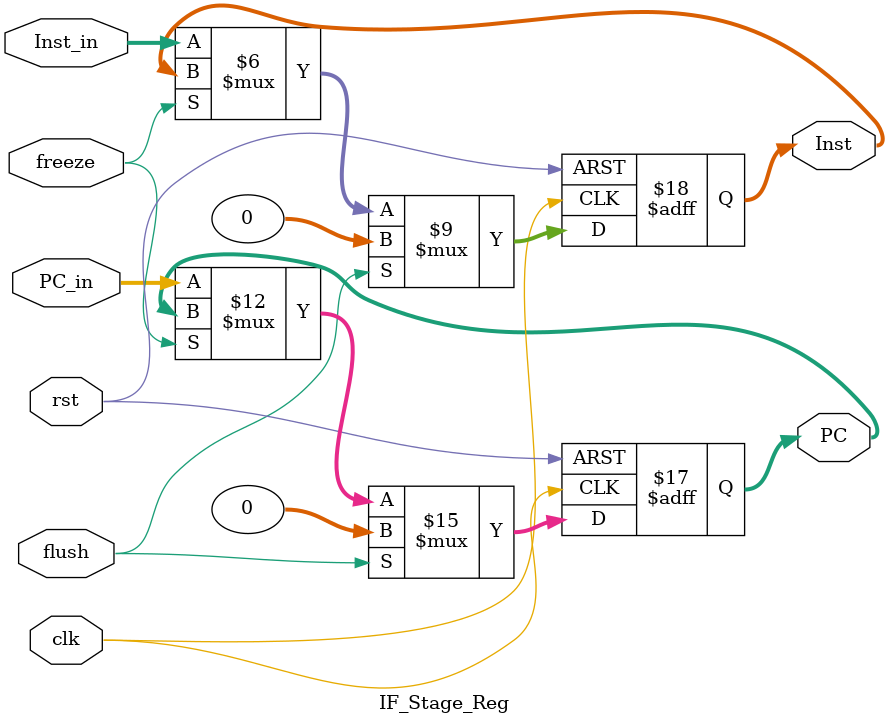
<source format=v>
module IF_Stage_Reg (
    clk, rst, freeze, flush,
    PC_in, Inst_in,
    PC, Inst
);
    input clk, rst, freeze, flush;
    input [31:0] PC_in, Inst_in;
    output reg [31:0] PC, Inst;
    
    always @(posedge clk, posedge rst) begin
        if(rst == 1'b1) begin
            PC <= 32'b0;
            Inst <= 32'b0;
        end
        else if(flush == 1'b1) begin
            PC <= 32'b0;
            Inst <= 32'b0;
        end
        else if(freeze == 1'b1) begin
            PC <= PC;
            Inst <= Inst;
        end
        else begin
            PC <= PC_in;
            Inst <= Inst_in;
        end 
    end
        
endmodule
</source>
